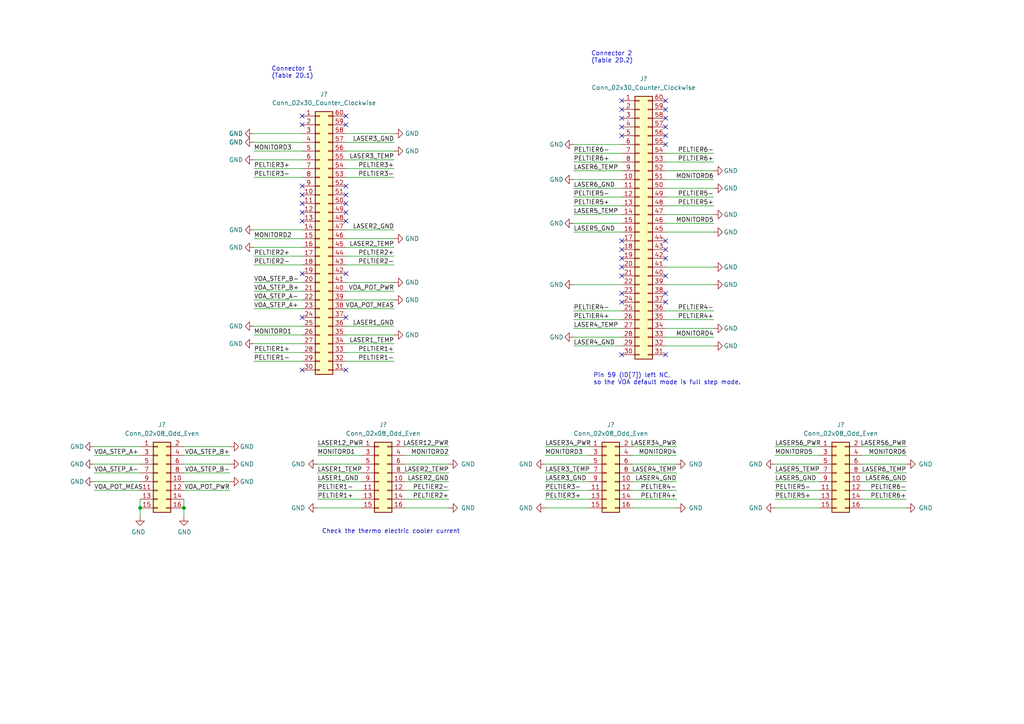
<source format=kicad_sch>
(kicad_sch (version 20211123) (generator eeschema)
  (paper "A4")
  (lib_symbols
    (symbol "Connector_Generic:Conn_02x08_Odd_Even" (pin_names (offset 1.016) hide)
      (property "Reference" "J" (at 1.27 10.16 0))
      (property "Value" "Conn_02x08_Odd_Even" (at 1.27 -12.7 0))
      (symbol "Conn_02x08_Odd_Even_1_1"
        (rectangle (start -1.27 -10.033) (end 0 -10.287) (stroke (width 0.1524)))
        (rectangle (start -1.27 -7.493) (end 0 -7.747) (stroke (width 0.1524)))
        (rectangle (start -1.27 -4.953) (end 0 -5.207) (stroke (width 0.1524)))
        (rectangle (start -1.27 -2.413) (end 0 -2.667) (stroke (width 0.1524)))
        (rectangle (start -1.27 0.127) (end 0 -0.127) (stroke (width 0.1524)))
        (rectangle (start -1.27 2.667) (end 0 2.413) (stroke (width 0.1524)))
        (rectangle (start -1.27 5.207) (end 0 4.953) (stroke (width 0.1524)))
        (rectangle (start -1.27 7.747) (end 0 7.493) (stroke (width 0.1524)))
        (rectangle (start -1.27 8.89) (end 3.81 -11.43) (stroke (width 0.254)) (fill (type background)))
        (rectangle (start 3.81 -10.033) (end 2.54 -10.287) (stroke (width 0.1524)))
        (rectangle (start 3.81 -7.493) (end 2.54 -7.747) (stroke (width 0.1524)))
        (rectangle (start 3.81 -4.953) (end 2.54 -5.207) (stroke (width 0.1524)))
        (rectangle (start 3.81 -2.413) (end 2.54 -2.667) (stroke (width 0.1524)))
        (rectangle (start 3.81 0.127) (end 2.54 -0.127) (stroke (width 0.1524)))
        (rectangle (start 3.81 2.667) (end 2.54 2.413) (stroke (width 0.1524)))
        (rectangle (start 3.81 5.207) (end 2.54 4.953) (stroke (width 0.1524)))
        (rectangle (start 3.81 7.747) (end 2.54 7.493) (stroke (width 0.1524)))
        (pin passive line (at -5.08 7.62 0) (length 3.81) (name "Pin_1") (number "1"))
        (pin passive line (at 7.62 -2.54 180) (length 3.81) (name "Pin_10") (number "10"))
        (pin passive line (at -5.08 -5.08 0) (length 3.81) (name "Pin_11") (number "11"))
        (pin passive line (at 7.62 -5.08 180) (length 3.81) (name "Pin_12") (number "12"))
        (pin passive line (at -5.08 -7.62 0) (length 3.81) (name "Pin_13") (number "13"))
        (pin passive line (at 7.62 -7.62 180) (length 3.81) (name "Pin_14") (number "14"))
        (pin passive line (at -5.08 -10.16 0) (length 3.81) (name "Pin_15") (number "15"))
        (pin passive line (at 7.62 -10.16 180) (length 3.81) (name "Pin_16") (number "16"))
        (pin passive line (at 7.62 7.62 180) (length 3.81) (name "Pin_2") (number "2"))
        (pin passive line (at -5.08 5.08 0) (length 3.81) (name "Pin_3") (number "3"))
        (pin passive line (at 7.62 5.08 180) (length 3.81) (name "Pin_4") (number "4"))
        (pin passive line (at -5.08 2.54 0) (length 3.81) (name "Pin_5") (number "5"))
        (pin passive line (at 7.62 2.54 180) (length 3.81) (name "Pin_6") (number "6"))
        (pin passive line (at -5.08 0 0) (length 3.81) (name "Pin_7") (number "7"))
        (pin passive line (at 7.62 0 180) (length 3.81) (name "Pin_8") (number "8"))
        (pin passive line (at -5.08 -2.54 0) (length 3.81) (name "Pin_9") (number "9"))
      )
    )
    (symbol "Connector_Generic:Conn_02x30_Counter_Clockwise" (pin_names (offset 1.016) hide)
      (property "Reference" "J" (at 1.27 38.1 0))
      (property "Value" "Conn_02x30_Counter_Clockwise" (at 1.27 -40.64 0))
      (symbol "Conn_02x30_Counter_Clockwise_1_1"
        (rectangle (start -1.27 -37.973) (end 0 -38.227) (stroke (width 0.1524)))
        (rectangle (start -1.27 -35.433) (end 0 -35.687) (stroke (width 0.1524)))
        (rectangle (start -1.27 -32.893) (end 0 -33.147) (stroke (width 0.1524)))
        (rectangle (start -1.27 -30.353) (end 0 -30.607) (stroke (width 0.1524)))
        (rectangle (start -1.27 -27.813) (end 0 -28.067) (stroke (width 0.1524)))
        (rectangle (start -1.27 -25.273) (end 0 -25.527) (stroke (width 0.1524)))
        (rectangle (start -1.27 -22.733) (end 0 -22.987) (stroke (width 0.1524)))
        (rectangle (start -1.27 -20.193) (end 0 -20.447) (stroke (width 0.1524)))
        (rectangle (start -1.27 -17.653) (end 0 -17.907) (stroke (width 0.1524)))
        (rectangle (start -1.27 -15.113) (end 0 -15.367) (stroke (width 0.1524)))
        (rectangle (start -1.27 -12.573) (end 0 -12.827) (stroke (width 0.1524)))
        (rectangle (start -1.27 -10.033) (end 0 -10.287) (stroke (width 0.1524)))
        (rectangle (start -1.27 -7.493) (end 0 -7.747) (stroke (width 0.1524)))
        (rectangle (start -1.27 -4.953) (end 0 -5.207) (stroke (width 0.1524)))
        (rectangle (start -1.27 -2.413) (end 0 -2.667) (stroke (width 0.1524)))
        (rectangle (start -1.27 0.127) (end 0 -0.127) (stroke (width 0.1524)))
        (rectangle (start -1.27 2.667) (end 0 2.413) (stroke (width 0.1524)))
        (rectangle (start -1.27 5.207) (end 0 4.953) (stroke (width 0.1524)))
        (rectangle (start -1.27 7.747) (end 0 7.493) (stroke (width 0.1524)))
        (rectangle (start -1.27 10.287) (end 0 10.033) (stroke (width 0.1524)))
        (rectangle (start -1.27 12.827) (end 0 12.573) (stroke (width 0.1524)))
        (rectangle (start -1.27 15.367) (end 0 15.113) (stroke (width 0.1524)))
        (rectangle (start -1.27 17.907) (end 0 17.653) (stroke (width 0.1524)))
        (rectangle (start -1.27 20.447) (end 0 20.193) (stroke (width 0.1524)))
        (rectangle (start -1.27 22.987) (end 0 22.733) (stroke (width 0.1524)))
        (rectangle (start -1.27 25.527) (end 0 25.273) (stroke (width 0.1524)))
        (rectangle (start -1.27 28.067) (end 0 27.813) (stroke (width 0.1524)))
        (rectangle (start -1.27 30.607) (end 0 30.353) (stroke (width 0.1524)))
        (rectangle (start -1.27 33.147) (end 0 32.893) (stroke (width 0.1524)))
        (rectangle (start -1.27 35.687) (end 0 35.433) (stroke (width 0.1524)))
        (rectangle (start -1.27 36.83) (end 3.81 -39.37) (stroke (width 0.254)) (fill (type background)))
        (rectangle (start 3.81 -37.973) (end 2.54 -38.227) (stroke (width 0.1524)))
        (rectangle (start 3.81 -35.433) (end 2.54 -35.687) (stroke (width 0.1524)))
        (rectangle (start 3.81 -32.893) (end 2.54 -33.147) (stroke (width 0.1524)))
        (rectangle (start 3.81 -30.353) (end 2.54 -30.607) (stroke (width 0.1524)))
        (rectangle (start 3.81 -27.813) (end 2.54 -28.067) (stroke (width 0.1524)))
        (rectangle (start 3.81 -25.273) (end 2.54 -25.527) (stroke (width 0.1524)))
        (rectangle (start 3.81 -22.733) (end 2.54 -22.987) (stroke (width 0.1524)))
        (rectangle (start 3.81 -20.193) (end 2.54 -20.447) (stroke (width 0.1524)))
        (rectangle (start 3.81 -17.653) (end 2.54 -17.907) (stroke (width 0.1524)))
        (rectangle (start 3.81 -15.113) (end 2.54 -15.367) (stroke (width 0.1524)))
        (rectangle (start 3.81 -12.573) (end 2.54 -12.827) (stroke (width 0.1524)))
        (rectangle (start 3.81 -10.033) (end 2.54 -10.287) (stroke (width 0.1524)))
        (rectangle (start 3.81 -7.493) (end 2.54 -7.747) (stroke (width 0.1524)))
        (rectangle (start 3.81 -4.953) (end 2.54 -5.207) (stroke (width 0.1524)))
        (rectangle (start 3.81 -2.413) (end 2.54 -2.667) (stroke (width 0.1524)))
        (rectangle (start 3.81 0.127) (end 2.54 -0.127) (stroke (width 0.1524)))
        (rectangle (start 3.81 2.667) (end 2.54 2.413) (stroke (width 0.1524)))
        (rectangle (start 3.81 5.207) (end 2.54 4.953) (stroke (width 0.1524)))
        (rectangle (start 3.81 7.747) (end 2.54 7.493) (stroke (width 0.1524)))
        (rectangle (start 3.81 10.287) (end 2.54 10.033) (stroke (width 0.1524)))
        (rectangle (start 3.81 12.827) (end 2.54 12.573) (stroke (width 0.1524)))
        (rectangle (start 3.81 15.367) (end 2.54 15.113) (stroke (width 0.1524)))
        (rectangle (start 3.81 17.907) (end 2.54 17.653) (stroke (width 0.1524)))
        (rectangle (start 3.81 20.447) (end 2.54 20.193) (stroke (width 0.1524)))
        (rectangle (start 3.81 22.987) (end 2.54 22.733) (stroke (width 0.1524)))
        (rectangle (start 3.81 25.527) (end 2.54 25.273) (stroke (width 0.1524)))
        (rectangle (start 3.81 28.067) (end 2.54 27.813) (stroke (width 0.1524)))
        (rectangle (start 3.81 30.607) (end 2.54 30.353) (stroke (width 0.1524)))
        (rectangle (start 3.81 33.147) (end 2.54 32.893) (stroke (width 0.1524)))
        (rectangle (start 3.81 35.687) (end 2.54 35.433) (stroke (width 0.1524)))
        (pin passive line (at -5.08 35.56 0) (length 3.81) (name "Pin_1") (number "1"))
        (pin passive line (at -5.08 12.7 0) (length 3.81) (name "Pin_10") (number "10"))
        (pin passive line (at -5.08 10.16 0) (length 3.81) (name "Pin_11") (number "11"))
        (pin passive line (at -5.08 7.62 0) (length 3.81) (name "Pin_12") (number "12"))
        (pin passive line (at -5.08 5.08 0) (length 3.81) (name "Pin_13") (number "13"))
        (pin passive line (at -5.08 2.54 0) (length 3.81) (name "Pin_14") (number "14"))
        (pin passive line (at -5.08 0 0) (length 3.81) (name "Pin_15") (number "15"))
        (pin passive line (at -5.08 -2.54 0) (length 3.81) (name "Pin_16") (number "16"))
        (pin passive line (at -5.08 -5.08 0) (length 3.81) (name "Pin_17") (number "17"))
        (pin passive line (at -5.08 -7.62 0) (length 3.81) (name "Pin_18") (number "18"))
        (pin passive line (at -5.08 -10.16 0) (length 3.81) (name "Pin_19") (number "19"))
        (pin passive line (at -5.08 33.02 0) (length 3.81) (name "Pin_2") (number "2"))
        (pin passive line (at -5.08 -12.7 0) (length 3.81) (name "Pin_20") (number "20"))
        (pin passive line (at -5.08 -15.24 0) (length 3.81) (name "Pin_21") (number "21"))
        (pin passive line (at -5.08 -17.78 0) (length 3.81) (name "Pin_22") (number "22"))
        (pin passive line (at -5.08 -20.32 0) (length 3.81) (name "Pin_23") (number "23"))
        (pin passive line (at -5.08 -22.86 0) (length 3.81) (name "Pin_24") (number "24"))
        (pin passive line (at -5.08 -25.4 0) (length 3.81) (name "Pin_25") (number "25"))
        (pin passive line (at -5.08 -27.94 0) (length 3.81) (name "Pin_26") (number "26"))
        (pin passive line (at -5.08 -30.48 0) (length 3.81) (name "Pin_27") (number "27"))
        (pin passive line (at -5.08 -33.02 0) (length 3.81) (name "Pin_28") (number "28"))
        (pin passive line (at -5.08 -35.56 0) (length 3.81) (name "Pin_29") (number "29"))
        (pin passive line (at -5.08 30.48 0) (length 3.81) (name "Pin_3") (number "3"))
        (pin passive line (at -5.08 -38.1 0) (length 3.81) (name "Pin_30") (number "30"))
        (pin passive line (at 7.62 -38.1 180) (length 3.81) (name "Pin_31") (number "31"))
        (pin passive line (at 7.62 -35.56 180) (length 3.81) (name "Pin_32") (number "32"))
        (pin passive line (at 7.62 -33.02 180) (length 3.81) (name "Pin_33") (number "33"))
        (pin passive line (at 7.62 -30.48 180) (length 3.81) (name "Pin_34") (number "34"))
        (pin passive line (at 7.62 -27.94 180) (length 3.81) (name "Pin_35") (number "35"))
        (pin passive line (at 7.62 -25.4 180) (length 3.81) (name "Pin_36") (number "36"))
        (pin passive line (at 7.62 -22.86 180) (length 3.81) (name "Pin_37") (number "37"))
        (pin passive line (at 7.62 -20.32 180) (length 3.81) (name "Pin_38") (number "38"))
        (pin passive line (at 7.62 -17.78 180) (length 3.81) (name "Pin_39") (number "39"))
        (pin passive line (at -5.08 27.94 0) (length 3.81) (name "Pin_4") (number "4"))
        (pin passive line (at 7.62 -15.24 180) (length 3.81) (name "Pin_40") (number "40"))
        (pin passive line (at 7.62 -12.7 180) (length 3.81) (name "Pin_41") (number "41"))
        (pin passive line (at 7.62 -10.16 180) (length 3.81) (name "Pin_42") (number "42"))
        (pin passive line (at 7.62 -7.62 180) (length 3.81) (name "Pin_43") (number "43"))
        (pin passive line (at 7.62 -5.08 180) (length 3.81) (name "Pin_44") (number "44"))
        (pin passive line (at 7.62 -2.54 180) (length 3.81) (name "Pin_45") (number "45"))
        (pin passive line (at 7.62 0 180) (length 3.81) (name "Pin_46") (number "46"))
        (pin passive line (at 7.62 2.54 180) (length 3.81) (name "Pin_47") (number "47"))
        (pin passive line (at 7.62 5.08 180) (length 3.81) (name "Pin_48") (number "48"))
        (pin passive line (at 7.62 7.62 180) (length 3.81) (name "Pin_49") (number "49"))
        (pin passive line (at -5.08 25.4 0) (length 3.81) (name "Pin_5") (number "5"))
        (pin passive line (at 7.62 10.16 180) (length 3.81) (name "Pin_50") (number "50"))
        (pin passive line (at 7.62 12.7 180) (length 3.81) (name "Pin_51") (number "51"))
        (pin passive line (at 7.62 15.24 180) (length 3.81) (name "Pin_52") (number "52"))
        (pin passive line (at 7.62 17.78 180) (length 3.81) (name "Pin_53") (number "53"))
        (pin passive line (at 7.62 20.32 180) (length 3.81) (name "Pin_54") (number "54"))
        (pin passive line (at 7.62 22.86 180) (length 3.81) (name "Pin_55") (number "55"))
        (pin passive line (at 7.62 25.4 180) (length 3.81) (name "Pin_56") (number "56"))
        (pin passive line (at 7.62 27.94 180) (length 3.81) (name "Pin_57") (number "57"))
        (pin passive line (at 7.62 30.48 180) (length 3.81) (name "Pin_58") (number "58"))
        (pin passive line (at 7.62 33.02 180) (length 3.81) (name "Pin_59") (number "59"))
        (pin passive line (at -5.08 22.86 0) (length 3.81) (name "Pin_6") (number "6"))
        (pin passive line (at 7.62 35.56 180) (length 3.81) (name "Pin_60") (number "60"))
        (pin passive line (at -5.08 20.32 0) (length 3.81) (name "Pin_7") (number "7"))
        (pin passive line (at -5.08 17.78 0) (length 3.81) (name "Pin_8") (number "8"))
        (pin passive line (at -5.08 15.24 0) (length 3.81) (name "Pin_9") (number "9"))
      )
    )
    (symbol "power:GND" (power) (pin_names (offset 0))
      (property "Value" "GND" (at 0 -3.81 0))
      (symbol "GND_0_1"
        (polyline (pts (xy 0 0) (xy 0 -1.27) (xy 1.27 -1.27) (xy 0 -2.54) (xy -1.27 -1.27) (xy 0 -1.27)))
      )
      (symbol "GND_1_1"
        (pin power_in line (at 0 0 270) (length 0) hide (name "GND") (number "1"))
      )
    )
  )
  (junction (at 40.64 147.32))
  (junction (at 53.34 147.32))
  (no_connect (at 193.04 102.87))
  (no_connect (at 180.34 77.47))
  (no_connect (at 180.34 87.63))
  (no_connect (at 193.04 87.63))
  (no_connect (at 180.34 85.09))
  (no_connect (at 193.04 85.09))
  (no_connect (at 180.34 80.01))
  (no_connect (at 193.04 80.01))
  (no_connect (at 193.04 41.91))
  (no_connect (at 193.04 74.93))
  (no_connect (at 180.34 69.85))
  (no_connect (at 180.34 102.87))
  (no_connect (at 180.34 72.39))
  (no_connect (at 100.33 61.595))
  (no_connect (at 87.63 79.375))
  (no_connect (at 87.63 33.655))
  (no_connect (at 87.63 53.975))
  (no_connect (at 87.63 64.135))
  (no_connect (at 87.63 92.075))
  (no_connect (at 87.63 107.315))
  (no_connect (at 100.33 107.315))
  (no_connect (at 100.33 92.075))
  (no_connect (at 100.33 33.655))
  (no_connect (at 100.33 79.375))
  (no_connect (at 100.33 64.135))
  (no_connect (at 100.33 53.975))
  (no_connect (at 180.34 31.75))
  (no_connect (at 180.34 34.29))
  (no_connect (at 180.34 36.83))
  (no_connect (at 180.34 39.37))
  (no_connect (at 193.04 39.37))
  (no_connect (at 193.04 36.83))
  (no_connect (at 193.04 34.29))
  (no_connect (at 193.04 31.75))
  (no_connect (at 87.63 56.515))
  (no_connect (at 87.63 36.195))
  (no_connect (at 100.33 36.195))
  (no_connect (at 87.63 59.055))
  (no_connect (at 87.63 61.595))
  (no_connect (at 180.34 29.21))
  (no_connect (at 193.04 29.21))
  (no_connect (at 180.34 74.93))
  (no_connect (at 193.04 72.39))
  (no_connect (at 100.33 56.515))
  (no_connect (at 193.04 69.85))
  (no_connect (at 100.33 59.055))
  (wire (pts (xy 104.775 142.24) (xy 92.075 142.24)))
  (wire (pts (xy 166.37 52.07) (xy 180.34 52.07)))
  (wire (pts (xy 40.64 144.78) (xy 40.64 147.32)))
  (wire (pts (xy 73.66 71.755) (xy 87.63 71.755)))
  (wire (pts (xy 193.04 90.17) (xy 207.01 90.17)))
  (wire (pts (xy 224.79 129.54) (xy 237.49 129.54)))
  (wire (pts (xy 166.37 46.99) (xy 180.34 46.99)))
  (wire (pts (xy 166.37 97.79) (xy 180.34 97.79)))
  (wire (pts (xy 27.305 134.62) (xy 40.64 134.62)))
  (wire (pts (xy 158.115 129.54) (xy 170.815 129.54)))
  (wire (pts (xy 40.64 132.08) (xy 27.305 132.08)))
  (wire (pts (xy 237.49 147.32) (xy 224.79 147.32)))
  (wire (pts (xy 237.49 139.7) (xy 224.79 139.7)))
  (wire (pts (xy 117.475 134.62) (xy 130.175 134.62)))
  (wire (pts (xy 250.19 142.24) (xy 262.89 142.24)))
  (wire (pts (xy 73.66 69.215) (xy 87.63 69.215)))
  (wire (pts (xy 117.475 144.78) (xy 130.175 144.78)))
  (wire (pts (xy 53.34 144.78) (xy 53.34 147.32)))
  (wire (pts (xy 117.475 132.08) (xy 130.175 132.08)))
  (wire (pts (xy 73.66 99.695) (xy 87.63 99.695)))
  (wire (pts (xy 104.775 137.16) (xy 92.075 137.16)))
  (wire (pts (xy 193.04 59.69) (xy 207.01 59.69)))
  (wire (pts (xy 100.33 66.675) (xy 114.3 66.675)))
  (wire (pts (xy 104.775 139.7) (xy 92.075 139.7)))
  (wire (pts (xy 100.33 104.775) (xy 114.3 104.775)))
  (wire (pts (xy 193.04 92.71) (xy 207.01 92.71)))
  (wire (pts (xy 73.66 66.675) (xy 87.63 66.675)))
  (wire (pts (xy 180.34 41.91) (xy 166.37 41.91)))
  (wire (pts (xy 100.33 74.295) (xy 114.3 74.295)))
  (wire (pts (xy 237.49 144.78) (xy 224.79 144.78)))
  (wire (pts (xy 66.675 134.62) (xy 53.34 134.62)))
  (wire (pts (xy 100.33 41.275) (xy 114.3 41.275)))
  (wire (pts (xy 73.66 74.295) (xy 87.63 74.295)))
  (wire (pts (xy 104.775 144.78) (xy 92.075 144.78)))
  (wire (pts (xy 53.34 137.16) (xy 66.675 137.16)))
  (wire (pts (xy 166.37 100.33) (xy 180.34 100.33)))
  (wire (pts (xy 166.37 90.17) (xy 180.34 90.17)))
  (wire (pts (xy 66.675 139.7) (xy 53.34 139.7)))
  (wire (pts (xy 73.66 46.355) (xy 87.63 46.355)))
  (wire (pts (xy 73.66 81.915) (xy 87.63 81.915)))
  (wire (pts (xy 53.34 132.08) (xy 66.675 132.08)))
  (wire (pts (xy 237.49 142.24) (xy 224.79 142.24)))
  (wire (pts (xy 207.01 100.33) (xy 193.04 100.33)))
  (wire (pts (xy 250.19 134.62) (xy 262.89 134.62)))
  (wire (pts (xy 262.89 129.54) (xy 250.19 129.54)))
  (wire (pts (xy 73.66 51.435) (xy 87.63 51.435)))
  (wire (pts (xy 250.19 147.32) (xy 262.89 147.32)))
  (wire (pts (xy 166.37 95.25) (xy 180.34 95.25)))
  (wire (pts (xy 193.04 46.99) (xy 207.01 46.99)))
  (wire (pts (xy 100.33 94.615) (xy 114.3 94.615)))
  (wire (pts (xy 166.37 82.55) (xy 180.34 82.55)))
  (wire (pts (xy 207.01 67.31) (xy 193.04 67.31)))
  (wire (pts (xy 166.37 54.61) (xy 180.34 54.61)))
  (wire (pts (xy 224.79 132.08) (xy 237.49 132.08)))
  (wire (pts (xy 100.33 43.815) (xy 114.3 43.815)))
  (wire (pts (xy 100.33 102.235) (xy 114.3 102.235)))
  (wire (pts (xy 100.33 97.155) (xy 114.3 97.155)))
  (wire (pts (xy 40.64 142.24) (xy 27.305 142.24)))
  (wire (pts (xy 27.305 139.7) (xy 40.64 139.7)))
  (wire (pts (xy 117.475 147.32) (xy 130.175 147.32)))
  (wire (pts (xy 73.66 94.615) (xy 87.63 94.615)))
  (wire (pts (xy 183.515 147.32) (xy 196.215 147.32)))
  (wire (pts (xy 170.815 134.62) (xy 158.115 134.62)))
  (wire (pts (xy 114.3 38.735) (xy 100.33 38.735)))
  (wire (pts (xy 170.815 137.16) (xy 158.115 137.16)))
  (wire (pts (xy 183.515 142.24) (xy 196.215 142.24)))
  (wire (pts (xy 100.33 89.535) (xy 114.3 89.535)))
  (wire (pts (xy 104.775 134.62) (xy 92.075 134.62)))
  (wire (pts (xy 27.305 129.54) (xy 40.64 129.54)))
  (wire (pts (xy 207.01 54.61) (xy 193.04 54.61)))
  (wire (pts (xy 237.49 134.62) (xy 224.79 134.62)))
  (wire (pts (xy 207.01 77.47) (xy 193.04 77.47)))
  (wire (pts (xy 158.115 132.08) (xy 170.815 132.08)))
  (wire (pts (xy 170.815 147.32) (xy 158.115 147.32)))
  (wire (pts (xy 183.515 134.62) (xy 196.215 134.62)))
  (wire (pts (xy 193.04 64.77) (xy 207.01 64.77)))
  (wire (pts (xy 100.33 86.995) (xy 114.3 86.995)))
  (wire (pts (xy 183.515 139.7) (xy 196.215 139.7)))
  (wire (pts (xy 87.63 84.455) (xy 73.66 84.455)))
  (wire (pts (xy 53.34 149.86) (xy 53.34 147.32)))
  (wire (pts (xy 117.475 142.24) (xy 130.175 142.24)))
  (wire (pts (xy 166.37 67.31) (xy 180.34 67.31)))
  (wire (pts (xy 193.04 49.53) (xy 207.01 49.53)))
  (wire (pts (xy 92.075 132.08) (xy 104.775 132.08)))
  (wire (pts (xy 207.01 82.55) (xy 193.04 82.55)))
  (wire (pts (xy 170.815 142.24) (xy 158.115 142.24)))
  (wire (pts (xy 100.33 81.915) (xy 114.3 81.915)))
  (wire (pts (xy 166.37 59.69) (xy 180.34 59.69)))
  (wire (pts (xy 183.515 132.08) (xy 196.215 132.08)))
  (wire (pts (xy 117.475 137.16) (xy 130.175 137.16)))
  (wire (pts (xy 130.175 129.54) (xy 117.475 129.54)))
  (wire (pts (xy 40.64 137.16) (xy 27.305 137.16)))
  (wire (pts (xy 250.19 139.7) (xy 262.89 139.7)))
  (wire (pts (xy 196.215 129.54) (xy 183.515 129.54)))
  (wire (pts (xy 73.66 43.815) (xy 87.63 43.815)))
  (wire (pts (xy 166.37 92.71) (xy 180.34 92.71)))
  (wire (pts (xy 170.815 144.78) (xy 158.115 144.78)))
  (wire (pts (xy 166.37 64.77) (xy 180.34 64.77)))
  (wire (pts (xy 193.04 52.07) (xy 207.01 52.07)))
  (wire (pts (xy 166.37 49.53) (xy 180.34 49.53)))
  (wire (pts (xy 100.33 99.695) (xy 114.3 99.695)))
  (wire (pts (xy 87.63 86.995) (xy 73.66 86.995)))
  (wire (pts (xy 193.04 44.45) (xy 207.01 44.45)))
  (wire (pts (xy 92.075 129.54) (xy 104.775 129.54)))
  (wire (pts (xy 250.19 144.78) (xy 262.89 144.78)))
  (wire (pts (xy 166.37 62.23) (xy 180.34 62.23)))
  (wire (pts (xy 183.515 144.78) (xy 196.215 144.78)))
  (wire (pts (xy 100.33 51.435) (xy 114.3 51.435)))
  (wire (pts (xy 87.63 89.535) (xy 73.66 89.535)))
  (wire (pts (xy 100.33 48.895) (xy 114.3 48.895)))
  (wire (pts (xy 73.66 48.895) (xy 87.63 48.895)))
  (wire (pts (xy 66.675 129.54) (xy 53.34 129.54)))
  (wire (pts (xy 66.675 142.24) (xy 53.34 142.24)))
  (wire (pts (xy 73.66 41.275) (xy 87.63 41.275)))
  (wire (pts (xy 73.66 104.775) (xy 87.63 104.775)))
  (wire (pts (xy 207.01 62.23) (xy 193.04 62.23)))
  (wire (pts (xy 100.33 71.755) (xy 114.3 71.755)))
  (wire (pts (xy 73.66 97.155) (xy 87.63 97.155)))
  (wire (pts (xy 40.64 149.86) (xy 40.64 147.32)))
  (wire (pts (xy 170.815 139.7) (xy 158.115 139.7)))
  (wire (pts (xy 100.33 46.355) (xy 114.3 46.355)))
  (wire (pts (xy 183.515 137.16) (xy 196.215 137.16)))
  (wire (pts (xy 207.01 95.25) (xy 193.04 95.25)))
  (wire (pts (xy 73.66 38.735) (xy 87.63 38.735)))
  (wire (pts (xy 100.33 69.215) (xy 114.3 69.215)))
  (wire (pts (xy 250.19 132.08) (xy 262.89 132.08)))
  (wire (pts (xy 117.475 139.7) (xy 130.175 139.7)))
  (wire (pts (xy 166.37 57.15) (xy 180.34 57.15)))
  (wire (pts (xy 193.04 57.15) (xy 207.01 57.15)))
  (wire (pts (xy 250.19 137.16) (xy 262.89 137.16)))
  (wire (pts (xy 166.37 44.45) (xy 180.34 44.45)))
  (wire (pts (xy 104.775 147.32) (xy 92.075 147.32)))
  (wire (pts (xy 100.33 84.455) (xy 114.3 84.455)))
  (wire (pts (xy 193.04 97.79) (xy 207.01 97.79)))
  (wire (pts (xy 73.66 76.835) (xy 87.63 76.835)))
  (wire (pts (xy 100.33 76.835) (xy 114.3 76.835)))
  (wire (pts (xy 73.66 102.235) (xy 87.63 102.235)))
  (wire (pts (xy 237.49 137.16) (xy 224.79 137.16)))
  (text "Connector 1\n(Table 2D.1)" (at 78.74 22.86 0) (effects (font (size 1.27 1.27)) (justify left bottom)))
  (text "Connector 2\n(Table 2D.2)" (at 171.45 18.415 0) (effects (font (size 1.27 1.27)) (justify left bottom)))
  (text "Check the thermo electric cooler current \n" (at 93.345 154.94 0) (effects (font (size 1.27 1.27)) (justify left bottom)))
  (text "Pin 59 (ID[7]) left NC, \nso the VOA default mode is full step mode." (at 172.085 111.76 0) (effects (font (size 1.27 1.27)) (justify left bottom)))
  (label "LASER5_GND" (at 166.37 67.31 0))
  (label "PELTIER5+" (at 207.01 59.69 180))
  (label "LASER6_GND" (at 166.37 54.61 0))
  (label "PELTIER6-" (at 262.89 142.24 180))
  (label "VOA_POT_PWR" (at 114.3 84.455 180))
  (label "LASER1_GND" (at 114.3 94.615 180))
  (label "PELTIER2-" (at 73.66 76.835 0))
  (label "PELTIER3+" (at 158.115 144.78 0))
  (label "PELTIER4-" (at 196.215 142.24 180))
  (label "LASER5_TEMP" (at 166.37 62.23 0))
  (label "LASER1_GND" (at 92.075 139.7 0))
  (label "PELTIER2-" (at 130.175 142.24 180))
  (label "PELTIER5-" (at 207.01 57.15 180))
  (label "MONITORD3" (at 158.115 132.08 0))
  (label "PELTIER6-" (at 207.01 44.45 180))
  (label "VOA_POT_MEAS" (at 114.3 89.535 180))
  (label "LASER56_PWR" (at 224.79 129.54 0))
  (label "PELTIER4+" (at 196.215 144.78 180))
  (label "MONITORD5" (at 224.79 132.08 0))
  (label "MONITORD6" (at 262.89 132.08 180))
  (label "PELTIER3-" (at 158.115 142.24 0))
  (label "VOA_STEP_A+" (at 73.66 89.535 0))
  (label "PELTIER5-" (at 224.79 142.24 0))
  (label "PELTIER4-" (at 207.01 90.17 180))
  (label "LASER6_GND" (at 262.89 139.7 180))
  (label "PELTIER3+" (at 73.66 48.895 0))
  (label "MONITORD1" (at 92.075 132.08 0))
  (label "LASER2_TEMP" (at 130.175 137.16 180))
  (label "MONITORD2" (at 73.66 69.215 0))
  (label "MONITORD1" (at 73.66 97.155 0))
  (label "LASER5_TEMP" (at 224.79 137.16 0))
  (label "PELTIER1-" (at 114.3 104.775 180))
  (label "VOA_POT_PWR" (at 66.675 142.24 180))
  (label "LASER1_TEMP" (at 114.3 99.695 180))
  (label "LASER6_TEMP" (at 166.37 49.53 0))
  (label "LASER4_GND" (at 166.37 100.33 0))
  (label "PELTIER5+" (at 224.79 144.78 0))
  (label "PELTIER1+" (at 114.3 102.235 180))
  (label "PELTIER1+" (at 73.66 102.235 0))
  (label "PELTIER1-" (at 73.66 104.775 0))
  (label "PELTIER3-" (at 73.66 51.435 0))
  (label "PELTIER2-" (at 114.3 76.835 180))
  (label "VOA_STEP_B-" (at 66.675 137.16 180))
  (label "LASER4_TEMP" (at 196.215 137.16 180))
  (label "LASER3_TEMP" (at 114.3 46.355 180))
  (label "PELTIER4-" (at 166.37 90.17 0))
  (label "PELTIER5+" (at 166.37 59.69 0))
  (label "LASER12_PWR" (at 130.175 129.54 180))
  (label "LASER34_PWR" (at 158.115 129.54 0))
  (label "PELTIER1-" (at 92.075 142.24 0))
  (label "MONITORD5" (at 207.01 64.77 180))
  (label "LASER56_PWR" (at 262.89 129.54 180))
  (label "VOA_STEP_A-" (at 73.66 86.995 0))
  (label "PELTIER2+" (at 73.66 74.295 0))
  (label "PELTIER6-" (at 166.37 44.45 0))
  (label "VOA_STEP_B+" (at 73.66 84.455 0))
  (label "PELTIER6+" (at 166.37 46.99 0))
  (label "MONITORD4" (at 207.01 97.79 180))
  (label "VOA_POT_MEAS" (at 27.305 142.24 0))
  (label "PELTIER5-" (at 166.37 57.15 0))
  (label "PELTIER6+" (at 207.01 46.99 180))
  (label "PELTIER1+" (at 92.075 144.78 0))
  (label "LASER2_GND" (at 114.3 66.675 180))
  (label "VOA_STEP_B+" (at 66.675 132.08 180))
  (label "LASER3_GND" (at 114.3 41.275 180))
  (label "VOA_STEP_A-" (at 27.305 137.16 0))
  (label "LASER3_GND" (at 158.115 139.7 0))
  (label "LASER3_TEMP" (at 158.115 137.16 0))
  (label "PELTIER2+" (at 130.175 144.78 180))
  (label "LASER12_PWR" (at 92.075 129.54 0))
  (label "LASER2_TEMP" (at 114.3 71.755 180))
  (label "LASER4_TEMP" (at 166.37 95.25 0))
  (label "PELTIER4+" (at 207.01 92.71 180))
  (label "PELTIER6+" (at 262.89 144.78 180))
  (label "LASER2_GND" (at 130.175 139.7 180))
  (label "VOA_STEP_A+" (at 27.305 132.08 0))
  (label "MONITORD6" (at 207.01 52.07 180))
  (label "PELTIER3-" (at 114.3 51.435 180))
  (label "PELTIER3+" (at 114.3 48.895 180))
  (label "LASER1_TEMP" (at 92.075 137.16 0))
  (label "LASER5_GND" (at 224.79 139.7 0))
  (label "LASER4_GND" (at 196.215 139.7 180))
  (label "MONITORD4" (at 196.215 132.08 180))
  (label "MONITORD3" (at 73.66 43.815 0))
  (label "LASER6_TEMP" (at 262.89 137.16 180))
  (label "LASER34_PWR" (at 196.215 129.54 180))
  (label "MONITORD2" (at 130.175 132.08 180))
  (label "PELTIER2+" (at 114.3 74.295 180))
  (label "PELTIER4+" (at 166.37 92.71 0))
  (label "VOA_STEP_B-" (at 73.66 81.915 0))
  (symbol (lib_id "power:GND") (at 207.01 82.55 90) (unit 1)
    (property "Reference" "#PWR?" (effects hide))
    (property "Value" "GND" (at 213.995 82.55 90) (effects (justify left)))
  )
  (symbol (lib_id "Connector_Generic:Conn_02x30_Counter_Clockwise") (at 92.71 69.215 0) (unit 1)
    (property "Reference" "J?" (at 93.98 27.305 0))
    (property "Value" "Conn_02x30_Counter_Clockwise" (at 93.98 29.845 0))
    (property "Footprint" "Connector_IDC:IDC-Header_2x30_P2.54mm_Latch_Vertical" (effects hide))
  )
  (symbol (lib_id "power:GND") (at 114.3 43.815 90) (unit 1)
    (property "Reference" "#PWR?" (effects hide))
    (property "Value" "GND" (at 117.475 43.8149 90) (effects (justify right)))
  )
  (symbol (lib_id "Connector_Generic:Conn_02x30_Counter_Clockwise") (at 185.42 64.77 0) (unit 1)
    (property "Reference" "J?" (at 186.69 22.86 0))
    (property "Value" "Conn_02x30_Counter_Clockwise" (at 186.69 25.4 0))
    (property "Footprint" "Connector_IDC:IDC-Header_2x30_P2.54mm_Latch_Vertical" (effects hide))
  )
  (symbol (lib_id "power:GND") (at 166.37 97.79 270) (unit 1)
    (property "Reference" "#PWR?" (effects hide))
    (property "Value" "GND" (at 159.385 97.79 90) (effects (justify left)))
  )
  (symbol (lib_id "power:GND") (at 92.075 134.62 270) (unit 1)
    (property "Reference" "#PWR?" (effects hide))
    (property "Value" "GND" (at 84.455 134.62 90) (effects (justify left)))
  )
  (symbol (lib_id "power:GND") (at 166.37 41.91 270) (unit 1)
    (property "Reference" "#PWR?" (effects hide))
    (property "Value" "GND" (at 159.385 41.91 90) (effects (justify left)))
  )
  (symbol (lib_id "power:GND") (at 130.175 147.32 90) (unit 1)
    (property "Reference" "#PWR?" (effects hide))
    (property "Value" "GND" (at 137.795 147.32 90) (effects (justify left)))
  )
  (symbol (lib_id "power:GND") (at 158.115 147.32 270) (unit 1)
    (property "Reference" "#PWR?" (effects hide))
    (property "Value" "GND" (at 150.495 147.32 90) (effects (justify left)))
  )
  (symbol (lib_id "power:GND") (at 166.37 82.55 270) (unit 1)
    (property "Reference" "#PWR?" (effects hide))
    (property "Value" "GND" (at 159.385 82.55 90) (effects (justify left)))
  )
  (symbol (lib_id "power:GND") (at 40.64 149.86 0) (unit 1)
    (property "Reference" "#PWR?" (effects hide))
    (property "Value" "GND" (at 38.1 154.305 0) (effects (justify left)))
  )
  (symbol (lib_id "power:GND") (at 92.075 147.32 270) (unit 1)
    (property "Reference" "#PWR?" (effects hide))
    (property "Value" "GND" (at 84.455 147.32 90) (effects (justify left)))
  )
  (symbol (lib_id "power:GND") (at 73.66 99.695 270) (unit 1)
    (property "Reference" "#PWR?" (effects hide))
    (property "Value" "GND" (at 70.485 99.6949 90) (effects (justify right)))
  )
  (symbol (lib_id "power:GND") (at 224.79 147.32 270) (unit 1)
    (property "Reference" "#PWR?" (effects hide))
    (property "Value" "GND" (at 217.17 147.32 90) (effects (justify left)))
  )
  (symbol (lib_id "power:GND") (at 207.01 54.61 90) (unit 1)
    (property "Reference" "#PWR?" (effects hide))
    (property "Value" "GND" (at 213.995 54.61 90) (effects (justify left)))
  )
  (symbol (lib_id "power:GND") (at 130.175 134.62 90) (unit 1)
    (property "Reference" "#PWR?" (effects hide))
    (property "Value" "GND" (at 137.795 134.62 90) (effects (justify left)))
  )
  (symbol (lib_id "power:GND") (at 27.305 139.7 270) (unit 1)
    (property "Reference" "#PWR?" (effects hide))
    (property "Value" "GND" (at 20.32 139.7 90) (effects (justify left)))
  )
  (symbol (lib_id "power:GND") (at 196.215 134.62 90) (unit 1)
    (property "Reference" "#PWR?" (effects hide))
    (property "Value" "GND" (at 203.835 134.62 90) (effects (justify left)))
  )
  (symbol (lib_id "power:GND") (at 66.675 134.62 90) (unit 1)
    (property "Reference" "#PWR?" (effects hide))
    (property "Value" "GND" (at 73.66 134.62 90) (effects (justify left)))
  )
  (symbol (lib_id "power:GND") (at 196.215 147.32 90) (unit 1)
    (property "Reference" "#PWR?" (effects hide))
    (property "Value" "GND" (at 203.835 147.32 90) (effects (justify left)))
  )
  (symbol (lib_id "power:GND") (at 53.34 149.86 0) (unit 1)
    (property "Reference" "#PWR?" (effects hide))
    (property "Value" "GND" (at 51.435 154.305 0) (effects (justify left)))
  )
  (symbol (lib_id "power:GND") (at 114.3 97.155 90) (unit 1)
    (property "Reference" "#PWR?" (effects hide))
    (property "Value" "GND" (at 117.475 97.1549 90) (effects (justify right)))
  )
  (symbol (lib_id "power:GND") (at 66.675 129.54 90) (unit 1)
    (property "Reference" "#PWR?" (effects hide))
    (property "Value" "GND" (at 73.66 129.54 90) (effects (justify left)))
  )
  (symbol (lib_id "power:GND") (at 207.01 49.53 90) (unit 1)
    (property "Reference" "#PWR?" (effects hide))
    (property "Value" "GND" (at 213.995 49.53 90) (effects (justify left)))
  )
  (symbol (lib_id "power:GND") (at 73.66 71.755 270) (unit 1)
    (property "Reference" "#PWR?" (effects hide))
    (property "Value" "GND" (at 70.485 71.7549 90) (effects (justify right)))
  )
  (symbol (lib_id "power:GND") (at 114.3 81.915 90) (unit 1)
    (property "Reference" "#PWR?" (effects hide))
    (property "Value" "GND" (at 117.475 81.9149 90) (effects (justify right)))
  )
  (symbol (lib_id "power:GND") (at 73.66 41.275 270) (unit 1)
    (property "Reference" "#PWR?" (effects hide))
    (property "Value" "GND" (at 70.485 41.275 90) (effects (justify right)))
  )
  (symbol (lib_id "power:GND") (at 262.89 134.62 90) (unit 1)
    (property "Reference" "#PWR?" (effects hide))
    (property "Value" "GND" (at 270.51 134.62 90) (effects (justify left)))
  )
  (symbol (lib_id "power:GND") (at 166.37 52.07 270) (unit 1)
    (property "Reference" "#PWR?" (effects hide))
    (property "Value" "GND" (at 159.385 52.07 90) (effects (justify left)))
  )
  (symbol (lib_id "power:GND") (at 73.66 46.355 270) (unit 1)
    (property "Reference" "#PWR?" (effects hide))
    (property "Value" "GND" (at 70.485 46.3549 90) (effects (justify right)))
  )
  (symbol (lib_id "power:GND") (at 166.37 64.77 270) (unit 1)
    (property "Reference" "#PWR?" (effects hide))
    (property "Value" "GND" (at 159.385 64.77 90) (effects (justify left)))
  )
  (symbol (lib_id "power:GND") (at 66.675 139.7 90) (unit 1)
    (property "Reference" "#PWR?" (effects hide))
    (property "Value" "GND" (at 73.66 139.7 90) (effects (justify left)))
  )
  (symbol (lib_id "power:GND") (at 27.305 134.62 270) (unit 1)
    (property "Reference" "#PWR?" (effects hide))
    (property "Value" "GND" (at 20.32 134.62 90) (effects (justify left)))
  )
  (symbol (lib_id "power:GND") (at 73.66 66.675 270) (unit 1)
    (property "Reference" "#PWR?" (effects hide))
    (property "Value" "GND" (at 70.485 66.6749 90) (effects (justify right)))
  )
  (symbol (lib_id "power:GND") (at 207.01 95.25 90) (unit 1)
    (property "Reference" "#PWR?" (effects hide))
    (property "Value" "GND" (at 213.995 95.25 90) (effects (justify left)))
  )
  (symbol (lib_id "power:GND") (at 207.01 100.33 90) (unit 1)
    (property "Reference" "#PWR?" (effects hide))
    (property "Value" "GND" (at 213.995 100.33 90) (effects (justify left)))
  )
  (symbol (lib_id "Connector_Generic:Conn_02x08_Odd_Even") (at 242.57 137.16 0) (unit 1)
    (property "Reference" "J?" (at 243.84 123.19 0))
    (property "Value" "Conn_02x08_Odd_Even" (at 243.84 125.73 0))
    (property "Footprint" "Connector_IDC:IDC-Header_2x08_P2.54mm_Latch_Vertical" (effects hide))
  )
  (symbol (lib_id "power:GND") (at 224.79 134.62 270) (unit 1)
    (property "Reference" "#PWR?" (effects hide))
    (property "Value" "GND" (at 217.17 134.62 90) (effects (justify left)))
  )
  (symbol (lib_id "Connector_Generic:Conn_02x08_Odd_Even") (at 175.895 137.16 0) (unit 1)
    (property "Reference" "J?" (at 177.165 123.19 0))
    (property "Value" "Conn_02x08_Odd_Even" (at 177.165 125.73 0))
    (property "Footprint" "Connector_IDC:IDC-Header_2x08_P2.54mm_Latch_Vertical" (effects hide))
  )
  (symbol (lib_id "power:GND") (at 73.66 94.615 270) (unit 1)
    (property "Reference" "#PWR?" (effects hide))
    (property "Value" "GND" (at 70.485 94.6149 90) (effects (justify right)))
  )
  (symbol (lib_id "power:GND") (at 262.89 147.32 90) (unit 1)
    (property "Reference" "#PWR?" (effects hide))
    (property "Value" "GND" (at 270.51 147.32 90) (effects (justify left)))
  )
  (symbol (lib_id "power:GND") (at 207.01 62.23 90) (unit 1)
    (property "Reference" "#PWR?" (effects hide))
    (property "Value" "GND" (at 213.995 62.23 90) (effects (justify left)))
  )
  (symbol (lib_id "power:GND") (at 207.01 67.31 90) (unit 1)
    (property "Reference" "#PWR?" (effects hide))
    (property "Value" "GND" (at 213.995 67.31 90) (effects (justify left)))
  )
  (symbol (lib_id "power:GND") (at 114.3 38.735 90) (unit 1)
    (property "Reference" "#PWR?" (effects hide))
    (property "Value" "GND" (at 117.475 38.7349 90) (effects (justify right)))
  )
  (symbol (lib_id "power:GND") (at 114.3 86.995 90) (unit 1)
    (property "Reference" "#PWR?" (effects hide))
    (property "Value" "GND" (at 117.475 86.9949 90) (effects (justify right)))
  )
  (symbol (lib_id "power:GND") (at 27.305 129.54 270) (unit 1)
    (property "Reference" "#PWR?" (effects hide))
    (property "Value" "GND" (at 20.32 129.54 90) (effects (justify left)))
  )
  (symbol (lib_id "power:GND") (at 114.3 69.215 90) (unit 1)
    (property "Reference" "#PWR?" (effects hide))
    (property "Value" "GND" (at 117.475 69.2149 90) (effects (justify right)))
  )
  (symbol (lib_id "power:GND") (at 158.115 134.62 270) (unit 1)
    (property "Reference" "#PWR?" (effects hide))
    (property "Value" "GND" (at 150.495 134.62 90) (effects (justify left)))
  )
  (symbol (lib_id "Connector_Generic:Conn_02x08_Odd_Even") (at 45.72 137.16 0) (unit 1)
    (property "Reference" "J?" (at 46.99 123.19 0))
    (property "Value" "Conn_02x08_Odd_Even" (at 46.99 125.73 0))
    (property "Footprint" "Connector_IDC:IDC-Header_2x08_P2.54mm_Latch_Vertical" (effects hide))
  )
  (symbol (lib_id "Connector_Generic:Conn_02x08_Odd_Even") (at 109.855 137.16 0) (unit 1)
    (property "Reference" "J?" (at 111.125 123.19 0))
    (property "Value" "Conn_02x08_Odd_Even" (at 111.125 125.73 0))
    (property "Footprint" "Connector_IDC:IDC-Header_2x08_P2.54mm_Latch_Vertical" (effects hide))
  )
  (symbol (lib_id "power:GND") (at 73.66 38.735 270) (unit 1)
    (property "Reference" "#PWR?" (effects hide))
    (property "Value" "GND" (at 70.485 38.7349 90) (effects (justify right)))
  )
  (symbol (lib_id "power:GND") (at 207.01 77.47 90) (unit 1)
    (property "Reference" "#PWR?" (effects hide))
    (property "Value" "GND" (at 213.995 77.47 90) (effects (justify left)))
  )
)
</source>
